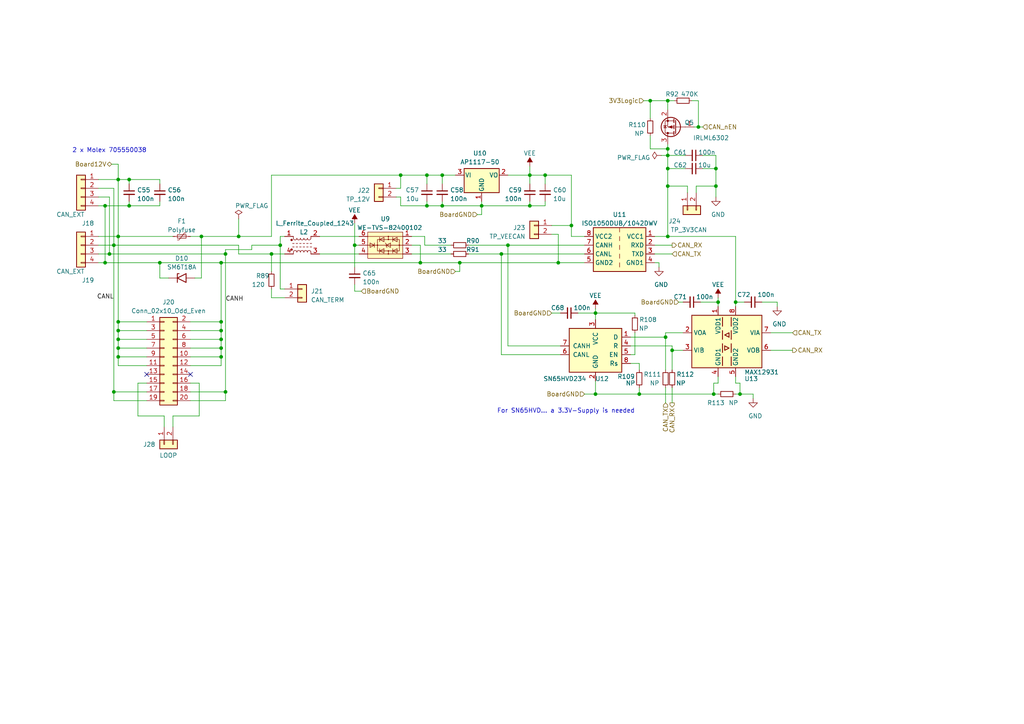
<source format=kicad_sch>
(kicad_sch (version 20211123) (generator eeschema)
  (paper "A4")
  (title_block (title "Think-City-BMS") (rev "0.0.1") (company "the78mole") (comment 1 "Author: Daniel Glaser"))
  (lib_symbols
    (symbol "Connector_Generic:Conn_01x02" (pin_names (offset 1.016) hide)
      (property "Reference" "J" (at 0 2.54 0))
      (property "Value" "Conn_01x02" (at 0 -5.08 0))
      (symbol "Conn_01x02_1_1"
        (rectangle (start -1.27 -2.413) (end 0 -2.667) (stroke (width 0.1524)))
        (rectangle (start -1.27 0.127) (end 0 -0.127) (stroke (width 0.1524)))
        (rectangle (start -1.27 1.27) (end 1.27 -3.81) (stroke (width 0.254)) (fill (type background)))
        (pin passive line (at -5.08 0 0) (length 3.81) (name "Pin_1") (number "1"))
        (pin passive line (at -5.08 -2.54 0) (length 3.81) (name "Pin_2") (number "2"))
      )
    )
    (symbol "Connector_Generic:Conn_01x04" (pin_names (offset 1.016) hide)
      (property "Reference" "J" (at 0 5.08 0))
      (property "Value" "Conn_01x04" (at 0 -7.62 0))
      (symbol "Conn_01x04_1_1"
        (rectangle (start -1.27 -4.953) (end 0 -5.207) (stroke (width 0.1524)))
        (rectangle (start -1.27 -2.413) (end 0 -2.667) (stroke (width 0.1524)))
        (rectangle (start -1.27 0.127) (end 0 -0.127) (stroke (width 0.1524)))
        (rectangle (start -1.27 2.667) (end 0 2.413) (stroke (width 0.1524)))
        (rectangle (start -1.27 3.81) (end 1.27 -6.35) (stroke (width 0.254)) (fill (type background)))
        (pin passive line (at -5.08 2.54 0) (length 3.81) (name "Pin_1") (number "1"))
        (pin passive line (at -5.08 0 0) (length 3.81) (name "Pin_2") (number "2"))
        (pin passive line (at -5.08 -2.54 0) (length 3.81) (name "Pin_3") (number "3"))
        (pin passive line (at -5.08 -5.08 0) (length 3.81) (name "Pin_4") (number "4"))
      )
    )
    (symbol "Connector_Generic:Conn_02x10_Odd_Even" (pin_names (offset 1.016) hide)
      (property "Reference" "J" (at 1.27 12.7 0))
      (property "Value" "Conn_02x10_Odd_Even" (at 1.27 -15.24 0))
      (symbol "Conn_02x10_Odd_Even_1_1"
        (rectangle (start -1.27 -12.573) (end 0 -12.827) (stroke (width 0.1524)))
        (rectangle (start -1.27 -10.033) (end 0 -10.287) (stroke (width 0.1524)))
        (rectangle (start -1.27 -7.493) (end 0 -7.747) (stroke (width 0.1524)))
        (rectangle (start -1.27 -4.953) (end 0 -5.207) (stroke (width 0.1524)))
        (rectangle (start -1.27 -2.413) (end 0 -2.667) (stroke (width 0.1524)))
        (rectangle (start -1.27 0.127) (end 0 -0.127) (stroke (width 0.1524)))
        (rectangle (start -1.27 2.667) (end 0 2.413) (stroke (width 0.1524)))
        (rectangle (start -1.27 5.207) (end 0 4.953) (stroke (width 0.1524)))
        (rectangle (start -1.27 7.747) (end 0 7.493) (stroke (width 0.1524)))
        (rectangle (start -1.27 10.287) (end 0 10.033) (stroke (width 0.1524)))
        (rectangle (start -1.27 11.43) (end 3.81 -13.97) (stroke (width 0.254)) (fill (type background)))
        (rectangle (start 3.81 -12.573) (end 2.54 -12.827) (stroke (width 0.1524)))
        (rectangle (start 3.81 -10.033) (end 2.54 -10.287) (stroke (width 0.1524)))
        (rectangle (start 3.81 -7.493) (end 2.54 -7.747) (stroke (width 0.1524)))
        (rectangle (start 3.81 -4.953) (end 2.54 -5.207) (stroke (width 0.1524)))
        (rectangle (start 3.81 -2.413) (end 2.54 -2.667) (stroke (width 0.1524)))
        (rectangle (start 3.81 0.127) (end 2.54 -0.127) (stroke (width 0.1524)))
        (rectangle (start 3.81 2.667) (end 2.54 2.413) (stroke (width 0.1524)))
        (rectangle (start 3.81 5.207) (end 2.54 4.953) (stroke (width 0.1524)))
        (rectangle (start 3.81 7.747) (end 2.54 7.493) (stroke (width 0.1524)))
        (rectangle (start 3.81 10.287) (end 2.54 10.033) (stroke (width 0.1524)))
        (pin passive line (at -5.08 10.16 0) (length 3.81) (name "Pin_1") (number "1"))
        (pin passive line (at 7.62 0 180) (length 3.81) (name "Pin_10") (number "10"))
        (pin passive line (at -5.08 -2.54 0) (length 3.81) (name "Pin_11") (number "11"))
        (pin passive line (at 7.62 -2.54 180) (length 3.81) (name "Pin_12") (number "12"))
        (pin passive line (at -5.08 -5.08 0) (length 3.81) (name "Pin_13") (number "13"))
        (pin passive line (at 7.62 -5.08 180) (length 3.81) (name "Pin_14") (number "14"))
        (pin passive line (at -5.08 -7.62 0) (length 3.81) (name "Pin_15") (number "15"))
        (pin passive line (at 7.62 -7.62 180) (length 3.81) (name "Pin_16") (number "16"))
        (pin passive line (at -5.08 -10.16 0) (length 3.81) (name "Pin_17") (number "17"))
        (pin passive line (at 7.62 -10.16 180) (length 3.81) (name "Pin_18") (number "18"))
        (pin passive line (at -5.08 -12.7 0) (length 3.81) (name "Pin_19") (number "19"))
        (pin passive line (at 7.62 10.16 180) (length 3.81) (name "Pin_2") (number "2"))
        (pin passive line (at 7.62 -12.7 180) (length 3.81) (name "Pin_20") (number "20"))
        (pin passive line (at -5.08 7.62 0) (length 3.81) (name "Pin_3") (number "3"))
        (pin passive line (at 7.62 7.62 180) (length 3.81) (name "Pin_4") (number "4"))
        (pin passive line (at -5.08 5.08 0) (length 3.81) (name "Pin_5") (number "5"))
        (pin passive line (at 7.62 5.08 180) (length 3.81) (name "Pin_6") (number "6"))
        (pin passive line (at -5.08 2.54 0) (length 3.81) (name "Pin_7") (number "7"))
        (pin passive line (at 7.62 2.54 180) (length 3.81) (name "Pin_8") (number "8"))
        (pin passive line (at -5.08 0 0) (length 3.81) (name "Pin_9") (number "9"))
      )
    )
    (symbol "Device:C_Small" (pin_numbers hide) (pin_names (offset 0.254) hide)
      (property "Reference" "C" (at 0.254 1.778 0))
      (property "Value" "C_Small" (at 0.254 -2.032 0))
      (symbol "C_Small_0_1"
        (polyline (pts (xy -1.524 -0.508) (xy 1.524 -0.508)) (stroke (width 0.3302)))
        (polyline (pts (xy -1.524 0.508) (xy 1.524 0.508)) (stroke (width 0.3048)))
      )
      (symbol "C_Small_1_1"
        (pin passive line (at 0 2.54 270) (length 2.032) (name "~") (number "1"))
        (pin passive line (at 0 -2.54 90) (length 2.032) (name "~") (number "2"))
      )
    )
    (symbol "Device:L_Ferrite_Coupled_1243" (pin_names (offset 0.254) hide)
      (property "Reference" "L" (at 0 4.445 0))
      (property "Value" "L_Ferrite_Coupled_1243" (at 0 -4.445 0))
      (symbol "L_Ferrite_Coupled_1243_0_1"
        (circle (center -3.048 -1.27) (radius 0.254) (fill (type outline)))
        (circle (center -3.048 1.524) (radius 0.254) (fill (type outline)))
        (arc (start -2.54 2.032) (mid -2.032 1.524) (end -1.524 2.032))
        (arc (start -1.524 -2.032) (mid -2.032 -1.524) (end -2.54 -2.032))
        (arc (start -1.524 2.032) (mid -1.016 1.524) (end -0.508 2.032))
        (arc (start -0.508 -2.032) (mid -1.016 -1.524) (end -1.524 -2.032))
        (arc (start -0.508 2.032) (mid 0 1.524) (end 0.508 2.032))
        (polyline (pts (xy -2.794 -0.508) (xy -2.286 -0.508)))
        (polyline (pts (xy -2.794 0.508) (xy -2.286 0.508)))
        (polyline (pts (xy -2.54 -2.032) (xy -2.54 -2.54)))
        (polyline (pts (xy -2.54 2.032) (xy -2.54 2.54)))
        (polyline (pts (xy -1.778 -0.508) (xy -1.27 -0.508)))
        (polyline (pts (xy -1.778 0.508) (xy -1.27 0.508)))
        (polyline (pts (xy -0.762 -0.508) (xy -0.254 -0.508)))
        (polyline (pts (xy -0.762 0.508) (xy -0.254 0.508)))
        (polyline (pts (xy 0.254 -0.508) (xy 0.762 -0.508)))
        (polyline (pts (xy 0.254 0.508) (xy 0.762 0.508)))
        (polyline (pts (xy 1.27 -0.508) (xy 1.778 -0.508)))
        (polyline (pts (xy 1.27 0.508) (xy 1.778 0.508)))
        (polyline (pts (xy 2.286 -0.508) (xy 2.794 -0.508)))
        (polyline (pts (xy 2.286 0.508) (xy 2.794 0.508)))
        (polyline (pts (xy 2.54 -2.032) (xy 2.54 -2.54)))
        (polyline (pts (xy 2.54 2.54) (xy 2.54 2.032)))
        (arc (start 0.508 -2.032) (mid 0 -1.524) (end -0.508 -2.032))
        (arc (start 0.508 2.032) (mid 1.016 1.524) (end 1.524 2.032))
        (arc (start 1.524 -2.032) (mid 1.016 -1.524) (end 0.508 -2.032))
        (arc (start 1.524 2.032) (mid 2.032 1.524) (end 2.54 2.032))
        (arc (start 2.54 -2.032) (mid 2.032 -1.524) (end 1.524 -2.032))
      )
      (symbol "L_Ferrite_Coupled_1243_1_1"
        (pin passive line (at -5.08 2.54 0) (length 2.54) (name "1") (number "1"))
        (pin passive line (at 5.08 2.54 180) (length 2.54) (name "2") (number "2"))
        (pin passive line (at 5.08 -2.54 180) (length 2.54) (name "3") (number "3"))
        (pin passive line (at -5.08 -2.54 0) (length 2.54) (name "4") (number "4"))
      )
    )
    (symbol "Device:Polyfuse_Small" (pin_numbers hide) (pin_names (offset 0))
      (property "Reference" "F" (at -1.905 0 90))
      (property "Value" "Polyfuse_Small" (at 1.905 0 90))
      (symbol "Polyfuse_Small_0_1"
        (rectangle (start -0.508 1.27) (end 0.508 -1.27))
        (polyline (pts (xy 0 2.54) (xy 0 -2.54)))
        (polyline (pts (xy -1.016 1.27) (xy -1.016 0.762) (xy 1.016 -0.762) (xy 1.016 -1.27)))
      )
      (symbol "Polyfuse_Small_1_1"
        (pin passive line (at 0 2.54 270) (length 0.635) (name "~") (number "1"))
        (pin passive line (at 0 -2.54 90) (length 0.635) (name "~") (number "2"))
      )
    )
    (symbol "Device:R_Small" (pin_numbers hide) (pin_names (offset 0.254) hide)
      (property "Reference" "R" (at 0.762 0.508 0))
      (property "Value" "R_Small" (at 0.762 -1.016 0))
      (symbol "R_Small_0_1"
        (rectangle (start -0.762 1.778) (end 0.762 -1.778) (stroke (width 0.2032)))
      )
      (symbol "R_Small_1_1"
        (pin passive line (at 0 2.54 270) (length 0.762) (name "~") (number "1"))
        (pin passive line (at 0 -2.54 90) (length 0.762) (name "~") (number "2"))
      )
    )
    (symbol "Diode:SM6T18A" (pin_numbers hide) (pin_names (offset 1.016) hide)
      (property "Reference" "D" (at 0 2.54 0))
      (property "Value" "SM6T18A" (at 0 -2.54 0))
      (symbol "SM6T18A_0_1"
        (polyline (pts (xy -0.762 1.27) (xy -1.27 1.27) (xy -1.27 -1.27)) (stroke (width 0.254)))
        (polyline (pts (xy 1.27 1.27) (xy 1.27 -1.27) (xy -1.27 0) (xy 1.27 1.27)) (stroke (width 0.254)))
      )
      (symbol "SM6T18A_1_1"
        (pin passive line (at -3.81 0 0) (length 2.54) (name "A1") (number "1"))
        (pin passive line (at 3.81 0 180) (length 2.54) (name "A2") (number "2"))
      )
    )
    (symbol "Interface_CAN_LIN:ISO1050DUB"
      (property "Reference" "U" (at -6.35 6.35 0))
      (property "Value" "ISO1050DUB" (at 2.54 6.35 0))
      (symbol "ISO1050DUB_0_1"
        (rectangle (start -7.62 5.08) (end 7.62 -7.62) (stroke (width 0.254)) (fill (type background)))
        (polyline (pts (xy 0 -5.08) (xy 0 -6.35)))
        (polyline (pts (xy 0 -2.54) (xy 0 -3.81)))
        (polyline (pts (xy 0 0) (xy 0 -1.27)))
        (polyline (pts (xy 0 2.54) (xy 0 1.27)))
        (polyline (pts (xy 0 5.08) (xy 0 3.81)))
      )
      (symbol "ISO1050DUB_1_1"
        (pin power_in line (at -10.16 2.54 0) (length 2.54) (name "VCC1") (number "1"))
        (pin output line (at -10.16 0 0) (length 2.54) (name "RXD") (number "2"))
        (pin input line (at -10.16 -2.54 0) (length 2.54) (name "TXD") (number "3"))
        (pin power_in line (at -10.16 -5.08 0) (length 2.54) (name "GND1") (number "4"))
        (pin power_in line (at 10.16 -5.08 180) (length 2.54) (name "GND2") (number "5"))
        (pin bidirectional line (at 10.16 -2.54 180) (length 2.54) (name "CANL") (number "6"))
        (pin bidirectional line (at 10.16 0 180) (length 2.54) (name "CANH") (number "7"))
        (pin power_in line (at 10.16 2.54 180) (length 2.54) (name "VCC2") (number "8"))
      )
    )
    (symbol "Interface_CAN_LIN:SN65HVD234" (pin_names (offset 1.016))
      (property "Reference" "U" (at -2.54 10.16 0))
      (property "Value" "SN65HVD234" (at -2.54 7.62 0))
      (symbol "SN65HVD234_0_1"
        (rectangle (start -7.62 5.08) (end 7.62 -7.62) (stroke (width 0.254)) (fill (type background)))
      )
      (symbol "SN65HVD234_1_1"
        (pin input line (at -10.16 2.54 0) (length 2.54) (name "D") (number "1"))
        (pin power_in line (at 0 -10.16 90) (length 2.54) (name "GND") (number "2"))
        (pin power_in line (at 0 7.62 270) (length 2.54) (name "VCC") (number "3"))
        (pin output line (at -10.16 0 0) (length 2.54) (name "R") (number "4"))
        (pin input line (at -10.16 -2.54 0) (length 2.54) (name "EN") (number "5"))
        (pin bidirectional line (at 10.16 -2.54 180) (length 2.54) (name "CANL") (number "6"))
        (pin bidirectional line (at 10.16 0 180) (length 2.54) (name "CANH") (number "7"))
        (pin input line (at -10.16 -5.08 0) (length 2.54) (name "Rs") (number "8"))
      )
    )
    (symbol "Power_Protection:WE-TVS-82400102"
      (property "Reference" "U" (at 0 7.62 0))
      (property "Value" "WE-TVS-82400102" (at 0 5.08 0))
      (symbol "WE-TVS-82400102_0_1"
        (rectangle (start -5.08 3.81) (end 5.08 -3.81) (fill (type background)))
        (circle (center -4.064 0) (radius 0.127))
        (rectangle (start -4.064 1.651) (end 2.286 -1.651))
        (circle (center -0.889 -2.54) (radius 0.127))
        (circle (center -0.889 -1.651) (radius 0.127))
        (circle (center -0.889 1.651) (radius 0.127))
        (circle (center -0.889 2.54) (radius 0.127))
        (polyline (pts (xy -5.08 -2.54) (xy 5.08 -2.54)))
        (polyline (pts (xy -5.08 2.54) (xy 5.08 2.54)))
        (polyline (pts (xy -4.064 0) (xy -5.08 0)))
        (polyline (pts (xy -4.064 0) (xy 2.286 0)) (fill (type outline)))
        (polyline (pts (xy -2.159 -1.016) (xy -2.159 -2.286)))
        (polyline (pts (xy -2.159 2.286) (xy -2.159 1.016)))
        (polyline (pts (xy -0.889 -1.651) (xy -0.889 -2.413)))
        (polyline (pts (xy -0.889 1.651) (xy -0.889 2.54)))
        (polyline (pts (xy -0.508 -0.635) (xy -0.508 -0.635)))
        (polyline (pts (xy 1.651 -1.016) (xy 1.651 -2.286)))
        (polyline (pts (xy 1.651 2.286) (xy 1.651 1.016)))
        (polyline (pts (xy 2.286 0) (xy 5.08 0)))
        (polyline (pts (xy -3.429 -1.016) (xy -3.429 -2.286) (xy -2.159 -1.651) (xy -3.429 -1.016)))
        (polyline (pts (xy -3.429 1.016) (xy -3.429 2.286) (xy -2.159 1.651) (xy -3.429 1.016)))
        (polyline (pts (xy 0 0.635) (xy -0.254 0.381) (xy -0.254 -0.381) (xy -0.508 -0.635)))
        (polyline (pts (xy 0.381 -1.016) (xy 0.381 -2.286) (xy 1.651 -1.651) (xy 0.381 -1.016)))
        (polyline (pts (xy 0.381 1.016) (xy 0.381 2.286) (xy 1.651 1.651) (xy 0.381 1.016)))
        (circle (center 2.286 0) (radius 0.127))
      )
      (symbol "WE-TVS-82400102_1_1"
        (polyline (pts (xy 3.175 0.635) (xy 3.175 -0.635)))
        (polyline (pts (xy -1.524 0.635) (xy -1.524 -0.635) (xy -0.254 0) (xy -1.524 0.635)))
        (polyline (pts (xy 4.445 0.635) (xy 4.445 -0.635) (xy 3.175 0) (xy 4.445 0.635)))
        (pin passive line (at -7.62 2.54 0) (length 2.54) (name "~") (number "1"))
        (pin passive line (at -7.62 0 0) (length 2.54) (name "~") (number "2"))
        (pin passive line (at -7.62 -2.54 0) (length 2.54) (name "~") (number "3"))
        (pin passive line (at 7.62 -2.54 180) (length 2.54) (name "~") (number "4"))
        (pin passive line (at 7.62 0 180) (length 2.54) (name "~") (number "5"))
        (pin passive line (at 7.62 2.54 180) (length 2.54) (name "~") (number "6"))
      )
    )
    (symbol "Regulator_Linear:AP1117-50" (pin_names (offset 0.254))
      (property "Reference" "U" (at -3.81 3.175 0))
      (property "Value" "AP1117-50" (at 0 3.175 0))
      (symbol "AP1117-50_0_1"
        (rectangle (start -5.08 -5.08) (end 5.08 1.905) (stroke (width 0.254)) (fill (type background)))
      )
      (symbol "AP1117-50_1_1"
        (pin power_in line (at 0 -7.62 90) (length 2.54) (name "GND") (number "1"))
        (pin power_out line (at 7.62 0 180) (length 2.54) (name "VO") (number "2"))
        (pin power_in line (at -7.62 0 0) (length 2.54) (name "VI") (number "3"))
      )
    )
    (symbol "power:GND" (power) (pin_names (offset 0))
      (property "Value" "GND" (at 0 -3.81 0))
      (symbol "GND_0_1"
        (polyline (pts (xy 0 0) (xy 0 -1.27) (xy 1.27 -1.27) (xy 0 -2.54) (xy -1.27 -1.27) (xy 0 -1.27)))
      )
      (symbol "GND_1_1"
        (pin power_in line (at 0 0 270) (length 0) hide (name "GND") (number "1"))
      )
    )
    (symbol "power:PWR_FLAG" (power) (pin_numbers hide) (pin_names (offset 0) hide)
      (property "Value" "PWR_FLAG" (at 0 3.81 0))
      (symbol "PWR_FLAG_0_0"
        (pin power_out line (at 0 0 90) (length 0) (name "pwr") (number "1"))
      )
      (symbol "PWR_FLAG_0_1"
        (polyline (pts (xy 0 0) (xy 0 1.27) (xy -1.016 1.905) (xy 0 2.54) (xy 1.016 1.905) (xy 0 1.27)))
      )
    )
    (symbol "power:VEE" (power) (pin_names (offset 0))
      (property "Value" "VEE" (at 0 3.81 0))
      (symbol "VEE_0_1"
        (polyline (pts (xy 0 0) (xy 0 2.54)))
        (polyline (pts (xy 0.762 1.27) (xy -0.762 1.27) (xy 0 2.54) (xy 0.762 1.27)) (fill (type outline)))
      )
      (symbol "VEE_1_1"
        (pin power_in line (at 0 0 90) (length 0) hide (name "VEE") (number "1"))
      )
    )
    (symbol "the78mole:IRLML6302PbF" (pin_names (offset 0) hide)
      (property "Reference" "Q" (at 5.08 1.27 0))
      (property "Value" "IRLML6302PbF" (at 5.08 -1.27 0))
      (symbol "IRLML6302PbF_0_1"
        (polyline (pts (xy 0.254 0) (xy -2.54 0)))
        (polyline (pts (xy 0.254 1.905) (xy 0.254 -1.905)) (stroke (width 0.254)))
        (polyline (pts (xy 0.762 -1.27) (xy 0.762 -2.286)) (stroke (width 0.254)))
        (polyline (pts (xy 0.762 0.508) (xy 0.762 -0.508)) (stroke (width 0.254)))
        (polyline (pts (xy 0.762 2.286) (xy 0.762 1.27)) (stroke (width 0.254)))
        (polyline (pts (xy 2.54 2.54) (xy 2.54 1.778)))
        (polyline (pts (xy 2.54 -2.54) (xy 2.54 0) (xy 0.762 0)))
        (polyline (pts (xy 0.762 1.778) (xy 3.302 1.778) (xy 3.302 -1.778) (xy 0.762 -1.778)))
        (polyline (pts (xy 2.286 0) (xy 1.27 0.381) (xy 1.27 -0.381) (xy 2.286 0)) (fill (type outline)))
        (polyline (pts (xy 2.794 -0.508) (xy 2.921 -0.381) (xy 3.683 -0.381) (xy 3.81 -0.254)))
        (polyline (pts (xy 3.302 -0.381) (xy 2.921 0.254) (xy 3.683 0.254) (xy 3.302 -0.381)))
        (circle (center 1.651 0) (radius 2.794) (stroke (width 0.254)))
        (circle (center 2.54 -1.778) (radius 0.254) (fill (type outline)))
        (circle (center 2.54 1.778) (radius 0.254) (fill (type outline)))
      )
      (symbol "IRLML6302PbF_1_1"
        (pin input line (at -5.08 0 0) (length 2.54) (name "G") (number "1"))
        (pin passive line (at 2.54 -5.08 90) (length 2.54) (name "S") (number "2"))
        (pin passive line (at 2.54 5.08 270) (length 2.54) (name "D") (number "3"))
      )
    )
    (symbol "the78mole:MAX12931"
      (property "Reference" "U" (at -10.16 8.89 0))
      (property "Value" "MAX12931" (at 3.81 8.89 0))
      (symbol "MAX12931_0_1"
        (rectangle (start -10.16 7.62) (end 10.16 -7.62) (stroke (width 0.254)) (fill (type background)))
        (polyline (pts (xy -1.27 -4.445) (xy -1.27 -6.985)) (stroke (width 0.254)))
        (polyline (pts (xy -1.27 -0.635) (xy -1.27 -3.175)) (stroke (width 0.254)))
        (polyline (pts (xy -1.27 3.175) (xy -1.27 0.635)) (stroke (width 0.254)))
        (polyline (pts (xy -1.27 6.985) (xy -1.27 4.445)) (stroke (width 0.254)))
        (polyline (pts (xy 1.27 -4.445) (xy 1.27 -6.985)) (stroke (width 0.254)))
        (polyline (pts (xy 1.27 -0.635) (xy 1.27 -3.175)) (stroke (width 0.254)))
        (polyline (pts (xy 1.27 3.175) (xy 1.27 0.635)) (stroke (width 0.254)))
        (polyline (pts (xy 1.27 6.985) (xy 1.27 4.445)) (stroke (width 0.254)))
        (polyline (pts (xy -0.635 -1.27) (xy -0.635 -2.54) (xy 0.635 -1.905) (xy -0.635 -1.27)) (stroke (width 0.254)))
        (polyline (pts (xy 0.635 1.27) (xy -0.635 1.905) (xy 0.635 2.54) (xy 0.635 1.27)) (stroke (width 0.254)))
      )
      (symbol "MAX12931_1_1"
        (pin power_in line (at -2.54 10.16 270) (length 2.54) (name "VDD1") (number "1"))
        (pin output line (at -12.7 2.54 0) (length 2.54) (name "VOA") (number "2"))
        (pin input line (at -12.7 -2.54 0) (length 2.54) (name "VIB") (number "3"))
        (pin power_in line (at -2.54 -10.16 90) (length 2.54) (name "GND1") (number "4"))
        (pin power_in line (at 2.54 -10.16 90) (length 2.54) (name "GND2") (number "5"))
        (pin output line (at 12.7 -2.54 180) (length 2.54) (name "VOB") (number "6"))
        (pin input line (at 12.7 2.54 180) (length 2.54) (name "VIA") (number "7"))
        (pin power_in line (at 2.54 10.16 270) (length 2.54) (name "VDD2") (number "8"))
      )
    )
  )
  (junction (at 193.04 97.79) (diameter 0.9144))
  (junction (at 64.135 76.2) (diameter 0.9144))
  (junction (at 81.28 71.12) (diameter 0.9144))
  (junction (at 153.67 50.8) (diameter 0.9144))
  (junction (at 145.415 73.66) (diameter 0.9144))
  (junction (at 128.27 59.69) (diameter 0.9144))
  (junction (at 194.945 101.6) (diameter 0.9144))
  (junction (at 172.72 90.805) (diameter 0.9144))
  (junction (at 65.405 113.665) (diameter 0.9144))
  (junction (at 34.29 68.58) (diameter 0.9144))
  (junction (at 165.735 65.405) (diameter 0.9144))
  (junction (at 102.87 71.12) (diameter 0.9144))
  (junction (at 58.42 68.58) (diameter 0.9144))
  (junction (at 193.675 45.085) (diameter 0.9144))
  (junction (at 33.02 71.12) (diameter 0.9144))
  (junction (at 188.595 29.21) (diameter 0.9144))
  (junction (at 64.135 98.425) (diameter 0.9144))
  (junction (at 193.675 43.18) (diameter 0.9144))
  (junction (at 193.675 29.21) (diameter 0.9144))
  (junction (at 172.72 114.3) (diameter 0.9144))
  (junction (at 121.92 76.2) (diameter 0.9144))
  (junction (at 34.29 103.505) (diameter 0.9144))
  (junction (at 158.115 50.8) (diameter 0.9144))
  (junction (at 78.74 73.66) (diameter 0.9144))
  (junction (at 69.215 68.58) (diameter 0.9144))
  (junction (at 193.675 53.975) (diameter 0.9144))
  (junction (at 34.29 100.965) (diameter 0.9144))
  (junction (at 31.75 73.66) (diameter 0.9144))
  (junction (at 133.35 76.2) (diameter 0.9144))
  (junction (at 64.135 103.505) (diameter 0.9144))
  (junction (at 64.135 95.885) (diameter 0.9144))
  (junction (at 207.645 53.975) (diameter 0.9144))
  (junction (at 33.02 113.665) (diameter 0.9144))
  (junction (at 153.67 59.69) (diameter 0.9144))
  (junction (at 30.48 76.2) (diameter 0.9144))
  (junction (at 65.405 73.66) (diameter 0.9144))
  (junction (at 193.675 68.58) (diameter 0.9144))
  (junction (at 147.32 71.12) (diameter 0.9144))
  (junction (at 214.63 114.3) (diameter 0.9144))
  (junction (at 202.565 36.83) (diameter 0.9144))
  (junction (at 123.825 50.8) (diameter 0.9144))
  (junction (at 34.29 95.885) (diameter 0.9144))
  (junction (at 139.7 59.69) (diameter 0.9144))
  (junction (at 185.42 114.3) (diameter 0.9144))
  (junction (at 37.465 59.69) (diameter 0.9144))
  (junction (at 37.465 52.07) (diameter 0.9144))
  (junction (at 30.48 59.69) (diameter 0.9144))
  (junction (at 208.28 87.63) (diameter 0.9144))
  (junction (at 46.355 76.2) (diameter 0.9144))
  (junction (at 64.135 100.965) (diameter 0.9144))
  (junction (at 193.675 48.895) (diameter 0.9144))
  (junction (at 207.645 48.895) (diameter 0.9144))
  (junction (at 123.825 59.69) (diameter 0.9144))
  (junction (at 207.01 114.3) (diameter 0.9144))
  (junction (at 161.925 76.2) (diameter 0.9144))
  (junction (at 34.29 52.07) (diameter 0.9144))
  (junction (at 116.205 50.8) (diameter 0.9144))
  (junction (at 34.29 98.425) (diameter 0.9144))
  (junction (at 213.36 87.63) (diameter 0.9144))
  (junction (at 34.29 93.345) (diameter 0.9144))
  (junction (at 64.135 93.345) (diameter 0.9144))
  (junction (at 128.27 50.8) (diameter 0.9144))
  (no_connect (at 42.545 108.585))
  (no_connect (at 55.245 108.585))
  (wire (pts (xy 78.74 73.66) (xy 78.74 78.74)))
  (wire (pts (xy 55.245 113.665) (xy 65.405 113.665)))
  (wire (pts (xy 78.74 73.66) (xy 82.55 73.66)))
  (wire (pts (xy 147.32 100.33) (xy 147.32 71.12)))
  (wire (pts (xy 162.56 100.33) (xy 147.32 100.33)))
  (wire (pts (xy 50.165 120.65) (xy 57.785 120.65)))
  (wire (pts (xy 50.165 123.825) (xy 50.165 120.65)))
  (wire (pts (xy 57.785 120.65) (xy 57.785 111.125)))
  (wire (pts (xy 193.675 45.085) (xy 198.755 45.085)))
  (wire (pts (xy 81.28 68.58) (xy 82.55 68.58)))
  (wire (pts (xy 114.935 57.15) (xy 116.205 57.15)))
  (wire (pts (xy 116.205 57.15) (xy 116.205 59.69)))
  (wire (pts (xy 116.205 59.69) (xy 123.825 59.69)))
  (wire (pts (xy 153.67 59.69) (xy 158.115 59.69)))
  (wire (pts (xy 158.115 58.42) (xy 158.115 59.69)))
  (wire (pts (xy 128.27 50.8) (xy 128.27 53.34)))
  (wire (pts (xy 133.35 76.2) (xy 133.35 78.74)))
  (wire (pts (xy 34.29 103.505) (xy 42.545 103.505)))
  (wire (pts (xy 160.02 67.945) (xy 161.925 67.945)))
  (wire (pts (xy 161.925 67.945) (xy 161.925 76.2)))
  (wire (pts (xy 28.575 76.2) (xy 30.48 76.2)))
  (wire (pts (xy 30.48 76.2) (xy 46.355 76.2)))
  (wire (pts (xy 46.355 76.2) (xy 64.135 76.2)))
  (wire (pts (xy 64.135 76.2) (xy 121.92 76.2)))
  (wire (pts (xy 189.865 76.2) (xy 191.135 76.2)))
  (wire (pts (xy 132.08 78.74) (xy 133.35 78.74)))
  (wire (pts (xy 193.675 29.21) (xy 193.675 31.75)))
  (wire (pts (xy 182.88 105.41) (xy 185.42 105.41)))
  (wire (pts (xy 185.42 105.41) (xy 185.42 107.315)))
  (wire (pts (xy 135.89 73.66) (xy 145.415 73.66)))
  (wire (pts (xy 145.415 73.66) (xy 169.545 73.66)))
  (wire (pts (xy 123.825 50.8) (xy 123.825 53.34)))
  (wire (pts (xy 213.36 111.125) (xy 213.36 109.22)))
  (wire (pts (xy 201.295 36.83) (xy 202.565 36.83)))
  (wire (pts (xy 202.565 36.83) (xy 203.835 36.83)))
  (wire (pts (xy 158.115 50.8) (xy 158.115 53.34)))
  (wire (pts (xy 223.52 101.6) (xy 229.87 101.6)))
  (wire (pts (xy 172.72 90.805) (xy 184.15 90.805)))
  (wire (pts (xy 184.15 91.44) (xy 184.15 90.805)))
  (wire (pts (xy 153.67 48.26) (xy 153.67 50.8)))
  (wire (pts (xy 193.04 112.395) (xy 193.04 116.84)))
  (wire (pts (xy 119.38 73.66) (xy 130.81 73.66)))
  (wire (pts (xy 201.93 53.975) (xy 207.645 53.975)))
  (wire (pts (xy 201.93 55.88) (xy 201.93 53.975)))
  (wire (pts (xy 203.835 48.895) (xy 207.645 48.895)))
  (wire (pts (xy 167.64 90.805) (xy 172.72 90.805)))
  (wire (pts (xy 34.29 95.885) (xy 42.545 95.885)))
  (wire (pts (xy 128.27 50.8) (xy 132.08 50.8)))
  (wire (pts (xy 193.675 45.085) (xy 193.675 48.895)))
  (wire (pts (xy 193.675 48.895) (xy 193.675 53.975)))
  (wire (pts (xy 193.675 53.975) (xy 193.675 68.58)))
  (wire (pts (xy 56.515 80.645) (xy 58.42 80.645)))
  (wire (pts (xy 58.42 80.645) (xy 58.42 68.58)))
  (wire (pts (xy 55.245 111.125) (xy 57.785 111.125)))
  (wire (pts (xy 28.575 52.07) (xy 34.29 52.07)))
  (wire (pts (xy 34.29 52.07) (xy 34.29 68.58)))
  (wire (pts (xy 153.67 50.8) (xy 158.115 50.8)))
  (wire (pts (xy 158.115 50.8) (xy 165.735 50.8)))
  (wire (pts (xy 46.355 80.645) (xy 46.355 76.2)))
  (wire (pts (xy 48.895 80.645) (xy 46.355 80.645)))
  (wire (pts (xy 213.36 111.125) (xy 214.63 111.125)))
  (wire (pts (xy 214.63 111.125) (xy 214.63 114.3)))
  (wire (pts (xy 82.55 83.82) (xy 81.28 83.82)))
  (wire (pts (xy 182.88 97.79) (xy 193.04 97.79)))
  (wire (pts (xy 193.04 96.52) (xy 198.12 96.52)))
  (wire (pts (xy 193.04 97.79) (xy 193.04 96.52)))
  (wire (pts (xy 135.89 71.12) (xy 147.32 71.12)))
  (wire (pts (xy 147.32 71.12) (xy 169.545 71.12)))
  (wire (pts (xy 188.595 39.37) (xy 188.595 43.18)))
  (wire (pts (xy 188.595 43.18) (xy 193.675 43.18)))
  (wire (pts (xy 160.02 90.805) (xy 162.56 90.805)))
  (wire (pts (xy 78.74 50.8) (xy 116.205 50.8)))
  (wire (pts (xy 116.205 50.8) (xy 123.825 50.8)))
  (wire (pts (xy 123.825 50.8) (xy 128.27 50.8)))
  (wire (pts (xy 130.81 71.12) (xy 123.19 71.12)))
  (wire (pts (xy 92.71 73.66) (xy 104.14 73.66)))
  (wire (pts (xy 139.7 59.69) (xy 153.67 59.69)))
  (wire (pts (xy 28.575 57.15) (xy 31.75 57.15)))
  (wire (pts (xy 31.75 57.15) (xy 31.75 73.66)))
  (wire (pts (xy 191.135 76.2) (xy 191.135 77.47)))
  (wire (pts (xy 139.7 58.42) (xy 139.7 59.69)))
  (wire (pts (xy 55.245 116.205) (xy 65.405 116.205)))
  (wire (pts (xy 65.405 116.205) (xy 65.405 113.665)))
  (wire (pts (xy 55.245 103.505) (xy 64.135 103.505)))
  (wire (pts (xy 64.135 103.505) (xy 64.135 100.965)))
  (wire (pts (xy 189.865 73.66) (xy 194.945 73.66)))
  (wire (pts (xy 102.87 71.12) (xy 102.87 77.47)))
  (wire (pts (xy 69.215 63.5) (xy 69.215 68.58)))
  (wire (pts (xy 78.74 86.36) (xy 82.55 86.36)))
  (wire (pts (xy 213.36 87.63) (xy 215.9 87.63)))
  (wire (pts (xy 213.36 88.9) (xy 213.36 87.63)))
  (wire (pts (xy 203.835 45.085) (xy 207.645 45.085)))
  (wire (pts (xy 33.02 116.205) (xy 33.02 113.665)))
  (wire (pts (xy 42.545 116.205) (xy 33.02 116.205)))
  (wire (pts (xy 207.645 45.085) (xy 207.645 48.895)))
  (wire (pts (xy 207.645 48.895) (xy 207.645 53.975)))
  (wire (pts (xy 207.645 53.975) (xy 207.645 57.15)))
  (wire (pts (xy 28.575 73.66) (xy 31.75 73.66)))
  (wire (pts (xy 31.75 73.66) (xy 65.405 73.66)))
  (wire (pts (xy 65.405 72.39) (xy 65.405 73.66)))
  (wire (pts (xy 65.405 72.39) (xy 73.025 72.39)))
  (wire (pts (xy 65.405 73.66) (xy 65.405 113.665)))
  (wire (pts (xy 73.025 71.12) (xy 81.28 71.12)))
  (wire (pts (xy 73.025 72.39) (xy 73.025 71.12)))
  (wire (pts (xy 185.42 112.395) (xy 185.42 114.3)))
  (wire (pts (xy 172.72 114.3) (xy 185.42 114.3)))
  (wire (pts (xy 185.42 114.3) (xy 207.01 114.3)))
  (wire (pts (xy 207.01 114.3) (xy 208.28 114.3)))
  (wire (pts (xy 191.77 45.085) (xy 193.675 45.085)))
  (wire (pts (xy 194.945 101.6) (xy 194.945 107.315)))
  (wire (pts (xy 28.575 59.69) (xy 30.48 59.69)))
  (wire (pts (xy 30.48 59.69) (xy 30.48 76.2)))
  (wire (pts (xy 55.245 106.045) (xy 64.135 106.045)))
  (wire (pts (xy 64.135 106.045) (xy 64.135 103.505)))
  (wire (pts (xy 193.04 97.79) (xy 193.04 107.315)))
  (wire (pts (xy 199.39 53.975) (xy 193.675 53.975)))
  (wire (pts (xy 199.39 55.88) (xy 199.39 53.975)))
  (wire (pts (xy 37.465 58.42) (xy 37.465 59.69)))
  (wire (pts (xy 34.29 98.425) (xy 42.545 98.425)))
  (wire (pts (xy 147.32 50.8) (xy 153.67 50.8)))
  (wire (pts (xy 188.595 29.21) (xy 186.69 29.21)))
  (wire (pts (xy 193.675 29.21) (xy 188.595 29.21)))
  (wire (pts (xy 28.575 68.58) (xy 34.29 68.58)))
  (wire (pts (xy 34.29 68.58) (xy 50.165 68.58)))
  (wire (pts (xy 55.245 68.58) (xy 58.42 68.58)))
  (wire (pts (xy 58.42 68.58) (xy 69.215 68.58)))
  (wire (pts (xy 69.215 68.58) (xy 78.74 68.58)))
  (wire (pts (xy 30.48 59.69) (xy 37.465 59.69)))
  (wire (pts (xy 28.575 71.12) (xy 33.02 71.12)))
  (wire (pts (xy 33.02 71.12) (xy 69.215 71.12)))
  (wire (pts (xy 69.215 71.12) (xy 69.215 73.66)))
  (wire (pts (xy 69.215 73.66) (xy 78.74 73.66)))
  (wire (pts (xy 138.43 62.23) (xy 139.7 62.23)))
  (wire (pts (xy 102.87 71.12) (xy 102.87 64.77)))
  (wire (pts (xy 55.245 100.965) (xy 64.135 100.965)))
  (wire (pts (xy 64.135 100.965) (xy 64.135 98.425)))
  (wire (pts (xy 133.35 76.2) (xy 161.925 76.2)))
  (wire (pts (xy 161.925 76.2) (xy 169.545 76.2)))
  (wire (pts (xy 28.575 54.61) (xy 33.02 54.61)))
  (wire (pts (xy 33.02 54.61) (xy 33.02 71.12)))
  (wire (pts (xy 145.415 102.87) (xy 145.415 73.66)))
  (wire (pts (xy 162.56 102.87) (xy 145.415 102.87)))
  (wire (pts (xy 55.245 95.885) (xy 64.135 95.885)))
  (wire (pts (xy 64.135 95.885) (xy 64.135 93.345)))
  (wire (pts (xy 104.14 71.12) (xy 102.87 71.12)))
  (wire (pts (xy 182.88 102.87) (xy 184.15 102.87)))
  (wire (pts (xy 184.15 102.87) (xy 184.15 96.52)))
  (wire (pts (xy 119.38 71.12) (xy 121.92 71.12)))
  (wire (pts (xy 207.01 111.125) (xy 207.01 114.3)))
  (wire (pts (xy 208.28 111.125) (xy 207.01 111.125)))
  (wire (pts (xy 121.92 71.12) (xy 121.92 76.2)))
  (wire (pts (xy 40.005 111.125) (xy 42.545 111.125)))
  (wire (pts (xy 196.85 87.63) (xy 198.12 87.63)))
  (wire (pts (xy 119.38 68.58) (xy 123.19 68.58)))
  (wire (pts (xy 208.28 86.36) (xy 208.28 87.63)))
  (wire (pts (xy 81.28 68.58) (xy 81.28 71.12)))
  (wire (pts (xy 81.28 71.12) (xy 81.28 83.82)))
  (wire (pts (xy 189.865 71.12) (xy 194.945 71.12)))
  (wire (pts (xy 46.355 58.42) (xy 46.355 59.69)))
  (wire (pts (xy 46.355 59.69) (xy 37.465 59.69)))
  (wire (pts (xy 123.19 71.12) (xy 123.19 68.58)))
  (wire (pts (xy 165.735 50.8) (xy 165.735 65.405)))
  (wire (pts (xy 165.735 65.405) (xy 165.735 68.58)))
  (wire (pts (xy 208.28 111.125) (xy 208.28 109.22)))
  (wire (pts (xy 220.98 87.63) (xy 225.425 87.63)))
  (wire (pts (xy 225.425 87.63) (xy 225.425 88.9)))
  (wire (pts (xy 193.675 68.58) (xy 213.36 68.58)))
  (wire (pts (xy 213.36 68.58) (xy 213.36 87.63)))
  (wire (pts (xy 33.02 113.665) (xy 33.02 71.12)))
  (wire (pts (xy 42.545 113.665) (xy 33.02 113.665)))
  (wire (pts (xy 102.87 82.55) (xy 102.87 84.455)))
  (wire (pts (xy 102.87 84.455) (xy 104.775 84.455)))
  (wire (pts (xy 114.935 54.61) (xy 116.205 54.61)))
  (wire (pts (xy 116.205 54.61) (xy 116.205 50.8)))
  (wire (pts (xy 128.27 59.69) (xy 139.7 59.69)))
  (wire (pts (xy 193.675 29.21) (xy 195.58 29.21)))
  (wire (pts (xy 160.02 65.405) (xy 165.735 65.405)))
  (wire (pts (xy 189.865 68.58) (xy 193.675 68.58)))
  (wire (pts (xy 78.74 68.58) (xy 78.74 50.8)))
  (wire (pts (xy 92.71 68.58) (xy 104.14 68.58)))
  (wire (pts (xy 32.385 47.625) (xy 34.29 47.625)))
  (wire (pts (xy 34.29 47.625) (xy 34.29 52.07)))
  (wire (pts (xy 172.72 89.535) (xy 172.72 90.805)))
  (wire (pts (xy 172.72 90.805) (xy 172.72 92.71)))
  (wire (pts (xy 194.945 112.395) (xy 194.945 116.84)))
  (wire (pts (xy 37.465 52.07) (xy 34.29 52.07)))
  (wire (pts (xy 46.355 52.07) (xy 37.465 52.07)))
  (wire (pts (xy 46.355 53.34) (xy 46.355 52.07)))
  (wire (pts (xy 55.245 98.425) (xy 64.135 98.425)))
  (wire (pts (xy 64.135 98.425) (xy 64.135 95.885)))
  (wire (pts (xy 172.72 110.49) (xy 172.72 114.3)))
  (wire (pts (xy 172.72 114.3) (xy 169.545 114.3)))
  (wire (pts (xy 188.595 29.21) (xy 188.595 34.29)))
  (wire (pts (xy 128.27 58.42) (xy 128.27 59.69)))
  (wire (pts (xy 193.675 48.895) (xy 198.755 48.895)))
  (wire (pts (xy 34.29 95.885) (xy 34.29 93.345)))
  (wire (pts (xy 34.29 98.425) (xy 34.29 95.885)))
  (wire (pts (xy 34.29 100.965) (xy 34.29 98.425)))
  (wire (pts (xy 34.29 103.505) (xy 34.29 100.965)))
  (wire (pts (xy 34.29 106.045) (xy 34.29 103.505)))
  (wire (pts (xy 42.545 106.045) (xy 34.29 106.045)))
  (wire (pts (xy 182.88 100.33) (xy 194.945 100.33)))
  (wire (pts (xy 194.945 100.33) (xy 194.945 101.6)))
  (wire (pts (xy 194.945 101.6) (xy 198.12 101.6)))
  (wire (pts (xy 193.675 41.91) (xy 193.675 43.18)))
  (wire (pts (xy 193.675 43.18) (xy 193.675 45.085)))
  (wire (pts (xy 121.92 76.2) (xy 133.35 76.2)))
  (wire (pts (xy 55.245 93.345) (xy 64.135 93.345)))
  (wire (pts (xy 64.135 93.345) (xy 64.135 76.2)))
  (wire (pts (xy 78.74 83.82) (xy 78.74 86.36)))
  (wire (pts (xy 139.7 59.69) (xy 139.7 62.23)))
  (wire (pts (xy 223.52 96.52) (xy 229.87 96.52)))
  (wire (pts (xy 165.735 68.58) (xy 169.545 68.58)))
  (wire (pts (xy 34.29 93.345) (xy 34.29 68.58)))
  (wire (pts (xy 42.545 93.345) (xy 34.29 93.345)))
  (wire (pts (xy 208.28 87.63) (xy 203.2 87.63)))
  (wire (pts (xy 208.28 88.9) (xy 208.28 87.63)))
  (wire (pts (xy 37.465 52.07) (xy 37.465 53.34)))
  (wire (pts (xy 123.825 58.42) (xy 123.825 59.69)))
  (wire (pts (xy 123.825 59.69) (xy 128.27 59.69)))
  (wire (pts (xy 153.67 50.8) (xy 153.67 53.34)))
  (wire (pts (xy 213.36 114.3) (xy 214.63 114.3)))
  (wire (pts (xy 214.63 114.3) (xy 218.44 114.3)))
  (wire (pts (xy 218.44 114.3) (xy 218.44 115.57)))
  (wire (pts (xy 40.005 120.65) (xy 40.005 111.125)))
  (wire (pts (xy 47.625 120.65) (xy 40.005 120.65)))
  (wire (pts (xy 47.625 123.825) (xy 47.625 120.65)))
  (wire (pts (xy 153.67 58.42) (xy 153.67 59.69)))
  (wire (pts (xy 34.29 100.965) (xy 42.545 100.965)))
  (wire (pts (xy 200.66 29.21) (xy 202.565 29.21)))
  (wire (pts (xy 202.565 29.21) (xy 202.565 36.83)))
  (text "For SN65HVD... a 3.3V-Supply is needed" (at 184.15 120.015 180) (effects (font (size 1.27 1.27)) (justify right bottom)))
  (text "2 x Molex 705550038" (at 42.545 44.45 180) (effects (font (size 1.27 1.27)) (justify right bottom)))
  (label "CANH" (at 65.405 87.63 0))
  (label "CANL" (at 33.02 86.995 180))
  (hierarchical_label "CAN_RX" (shape output) (at 194.945 116.84 270))
  (hierarchical_label "CAN_RX" (shape output) (at 229.87 101.6 0))
  (hierarchical_label "CAN_TX" (shape input) (at 194.945 73.66 0))
  (hierarchical_label "CAN_RX" (shape output) (at 194.945 71.12 0))
  (hierarchical_label "CAN_TX" (shape input) (at 229.87 96.52 0))
  (hierarchical_label "CAN_TX" (shape input) (at 193.04 116.84 270))
  (hierarchical_label "BoardGND" (shape input) (at 169.545 114.3 180))
  (hierarchical_label "BoardGND" (shape input) (at 196.85 87.63 180))
  (hierarchical_label "Board12V" (shape bidirectional) (at 32.385 47.625 180))
  (hierarchical_label "CAN_nEN" (shape input) (at 203.835 36.83 0))
  (hierarchical_label "3V3Logic" (shape input) (at 186.69 29.21 180))
  (hierarchical_label "BoardGND" (shape input) (at 104.775 84.455 0))
  (hierarchical_label "BoardGND" (shape input) (at 132.08 78.74 180))
  (hierarchical_label "BoardGND" (shape input) (at 160.02 90.805 180))
  (hierarchical_label "BoardGND" (shape input) (at 138.43 62.23 180))
  (symbol (lib_id "Device:C_Small") (at 128.27 55.88 0) (unit 1)
    (property "Reference" "C58" (at 130.556 55.118 0) (effects (justify left)))
    (property "Value" "100n" (at 130.556 57.658 0) (effects (justify left)))
    (property "Footprint" "Capacitor_SMD:C_0603_1608Metric_Pad1.08x0.95mm_HandSolder" (effects hide))
  )
  (symbol (lib_id "power:VEE") (at 153.67 48.26 0) (unit 1)
    (property "Reference" "#PWR0103" (effects hide))
    (property "Value" "VEE" (at 153.67 44.45 0))
  )
  (symbol (lib_id "power:VEE") (at 172.72 89.535 0) (unit 1)
    (property "Reference" "#PWR0106" (effects hide))
    (property "Value" "VEE" (at 172.72 85.725 0))
  )
  (symbol (lib_id "Device:R_Small") (at 185.42 109.855 0) (mirror x) (unit 1)
    (property "Reference" "R109" (at 181.61 109.22 0))
    (property "Value" "NP" (at 182.88 111.125 0))
    (property "Footprint" "Resistor_SMD:R_0603_1608Metric_Pad0.98x0.95mm_HandSolder" (effects hide))
  )
  (symbol (lib_id "Power_Protection:WE-TVS-82400102") (at 111.76 71.12 0) (mirror y) (unit 1)
    (property "Reference" "U9" (at 111.76 63.5 0))
    (property "Value" "WE-TVS-82400102" (at 113.03 66.04 0))
    (property "Footprint" "Package_TO_SOT_SMD:SOT-23-6" (effects hide))
    (property "Datasheet" "https://katalog.we-online.de/pbs/datasheet/82400102.pdf" (effects hide))
  )
  (symbol (lib_id "Device:R_Small") (at 78.74 81.28 0) (unit 1)
    (property "Reference" "R89" (at 76.2 80.01 0))
    (property "Value" "120" (at 74.93 82.55 0))
    (property "Footprint" "Resistor_SMD:R_0603_1608Metric_Pad0.98x0.95mm_HandSolder" (effects hide))
  )
  (symbol (lib_id "Diode:SM6T18A") (at 52.705 80.645 0) (unit 1)
    (property "Reference" "D10" (at 52.705 74.93 0))
    (property "Value" "SM6T18A" (at 52.705 77.47 0))
    (property "Footprint" "Diode_SMD:D_SMB" (effects hide))
    (property "Datasheet" "https://www.st.com/resource/en/datasheet/sm6t.pdf" (effects hide))
  )
  (symbol (lib_id "power:GND") (at 191.135 77.47 0) (unit 1)
    (property "Reference" "#PWR075" (effects hide))
    (property "Value" "GND" (at 191.77 82.55 0))
  )
  (symbol (lib_id "Device:R_Small") (at 133.35 73.66 90) (mirror x) (unit 1)
    (property "Reference" "R91" (at 137.16 72.39 90))
    (property "Value" "33" (at 128.27 72.39 90))
    (property "Footprint" "Resistor_SMD:R_0603_1608Metric_Pad0.98x0.95mm_HandSolder" (effects hide))
  )
  (symbol (lib_id "Interface_CAN_LIN:SN65HVD234") (at 172.72 100.33 0) (mirror y) (unit 1)
    (property "Reference" "U12" (at 174.625 109.855 0))
    (property "Value" "SN65HVD234" (at 163.83 109.855 0))
    (property "Footprint" "Package_SO:SOIC-8_3.9x4.9mm_P1.27mm" (effects hide))
    (property "Datasheet" "http://www.ti.com/lit/ds/symlink/sn65hvd234.pdf" (effects hide))
  )
  (symbol (lib_id "power:VEE") (at 208.28 86.36 0) (unit 1)
    (property "Reference" "#PWR0104" (effects hide))
    (property "Value" "VEE" (at 208.28 82.55 0))
  )
  (symbol (lib_id "Device:C_Small") (at 165.1 90.805 270) (mirror x) (unit 1)
    (property "Reference" "C68" (at 163.703 89.281 90) (effects (justify right)))
    (property "Value" "100n" (at 171.323 89.281 90) (effects (justify right)))
    (property "Footprint" "Capacitor_SMD:C_0603_1608Metric_Pad1.08x0.95mm_HandSolder" (effects hide))
  )
  (symbol (lib_id "the78mole:IRLML6302PbF") (at 196.215 36.83 180) (unit 1)
    (property "Reference" "Q5" (at 201.295 35.5599 0) (effects (justify left)))
    (property "Value" "IRLML6302" (at 211.455 40.0049 0) (effects (justify left)))
    (property "Footprint" "Package_TO_SOT_SMD:SOT-23_Handsoldering" (effects hide))
    (property "Datasheet" "https://www.infineon.com/dgdl/Infineon-IRLML6302-DataSheet-v01_01-EN.pdf" (effects hide))
  )
  (symbol (lib_id "Connector_Generic:Conn_01x02") (at 47.625 128.905 90) (mirror x) (unit 1)
    (property "Reference" "J28" (at 45.0849 128.905 90) (effects (justify left)))
    (property "Value" "LOOP" (at 51.4349 132.08 90) (effects (justify left)))
    (property "Footprint" "Connector_PinHeader_2.54mm:PinHeader_1x02_P2.54mm_Vertical" (effects hide))
  )
  (symbol (lib_id "power:GND") (at 218.44 115.57 0) (unit 1)
    (property "Reference" "#PWR0107" (effects hide))
    (property "Value" "GND" (at 219.075 120.65 0))
  )
  (symbol (lib_id "Connector_Generic:Conn_01x02") (at 154.94 65.405 0) (mirror y) (unit 1)
    (property "Reference" "J23" (at 152.4 66.0399 0) (effects (justify left)))
    (property "Value" "TP_VEECAN" (at 152.4 68.5799 0) (effects (justify left)))
    (property "Footprint" "Connector_PinHeader_2.54mm:PinHeader_1x02_P2.54mm_Vertical" (effects hide))
  )
  (symbol (lib_id "Device:R_Small") (at 210.82 114.3 270) (unit 1)
    (property "Reference" "R113" (at 207.645 116.84 90))
    (property "Value" "NP" (at 212.725 116.84 90))
    (property "Footprint" "Resistor_SMD:R_0603_1608Metric_Pad0.98x0.95mm_HandSolder" (effects hide))
  )
  (symbol (lib_id "Device:R_Small") (at 198.12 29.21 90) (mirror x) (unit 1)
    (property "Reference" "R92" (at 194.945 27.305 90))
    (property "Value" "470K" (at 200.025 27.305 90))
    (property "Footprint" "Resistor_SMD:R_0603_1608Metric_Pad0.98x0.95mm_HandSolder" (effects hide))
  )
  (symbol (lib_id "Device:C_Small") (at 102.87 80.01 0) (unit 1)
    (property "Reference" "C65" (at 105.156 79.248 0) (effects (justify left)))
    (property "Value" "100n" (at 105.156 81.788 0) (effects (justify left)))
    (property "Footprint" "Capacitor_SMD:C_0603_1608Metric_Pad1.08x0.95mm_HandSolder" (effects hide))
  )
  (symbol (lib_id "Connector_Generic:Conn_01x04") (at 23.495 71.12 0) (mirror y) (unit 1)
    (property "Reference" "J19" (at 25.527 81.28 0))
    (property "Value" "CAN_EXT" (at 20.447 78.74 0))
    (property "Footprint" "the78mole:Molex_705550038_1X04_SL_Modular_1x04_P2.54mm_Horizontal" (effects hide))
  )
  (symbol (lib_id "Connector_Generic:Conn_01x02") (at 109.855 54.61 0) (mirror y) (unit 1)
    (property "Reference" "J22" (at 107.315 55.2449 0) (effects (justify left)))
    (property "Value" "TP_12V" (at 107.315 57.7849 0) (effects (justify left)))
    (property "Footprint" "Connector_PinHeader_2.54mm:PinHeader_1x02_P2.54mm_Vertical" (effects hide))
  )
  (symbol (lib_id "Device:R_Small") (at 188.595 36.83 0) (mirror x) (unit 1)
    (property "Reference" "R110" (at 184.785 36.195 0))
    (property "Value" "NP" (at 185.42 38.735 0))
    (property "Footprint" "Resistor_SMD:R_0603_1608Metric_Pad0.98x0.95mm_HandSolder" (effects hide))
  )
  (symbol (lib_id "Device:L_Ferrite_Coupled_1243") (at 87.63 71.12 0) (unit 1)
    (property "Reference" "L2" (at 88.138 67.31 0))
    (property "Value" "L_Ferrite_Coupled_1243" (at 91.313 64.77 0))
    (property "Footprint" "Inductor_SMD:L_CommonModeChoke_Coilcraft_1812CAN" (effects hide))
    (property "Datasheet" "https://www.we-online.com/katalog/datasheet/744235510.pdf" (effects hide))
    (property "WE" "744235510" (effects hide))
    (property "Coilcraft" "1812CAN-513NRC" (effects hide))
  )
  (symbol (lib_id "power:PWR_FLAG") (at 69.215 63.5 0) (unit 1)
    (property "Reference" "#FLG09" (effects hide))
    (property "Value" "PWR_FLAG" (at 73.025 59.69 0))
  )
  (symbol (lib_id "Device:R_Small") (at 184.15 93.98 180) (unit 1)
    (property "Reference" "R108" (at 187.96 92.71 0))
    (property "Value" "NP" (at 186.69 95.25 0))
    (property "Footprint" "Resistor_SMD:R_0603_1608Metric_Pad0.98x0.95mm_HandSolder" (effects hide))
  )
  (symbol (lib_id "Device:R_Small") (at 194.945 109.855 180) (unit 1)
    (property "Reference" "R112" (at 198.755 108.585 0))
    (property "Value" "NP" (at 197.485 111.125 0))
    (property "Footprint" "Resistor_SMD:R_0603_1608Metric_Pad0.98x0.95mm_HandSolder" (effects hide))
  )
  (symbol (lib_id "power:PWR_FLAG") (at 191.77 45.085 90) (unit 1)
    (property "Reference" "#FLG010" (effects hide))
    (property "Value" "PWR_FLAG" (at 188.595 45.7199 90) (effects (justify left)))
  )
  (symbol (lib_id "power:GND") (at 225.425 88.9 0) (unit 1)
    (property "Reference" "#PWR0105" (effects hide))
    (property "Value" "GND" (at 226.06 93.98 0))
  )
  (symbol (lib_id "power:VEE") (at 102.87 64.77 0) (unit 1)
    (property "Reference" "#PWR0108" (effects hide))
    (property "Value" "VEE" (at 102.87 60.96 0))
  )
  (symbol (lib_id "Connector_Generic:Conn_02x10_Odd_Even") (at 47.625 103.505 0) (unit 1)
    (property "Reference" "J20" (at 48.895 87.63 0))
    (property "Value" "Conn_02x10_Odd_Even" (at 48.895 90.17 0))
    (property "Footprint" "Connector_IDC:IDC-Header_2x10_P2.54mm_Latch_Horizontal" (effects hide))
  )
  (symbol (lib_id "Regulator_Linear:AP1117-50") (at 139.7 50.8 0) (unit 1)
    (property "Reference" "U10" (at 139.192 44.45 0))
    (property "Value" "AP1117-50" (at 139.192 46.99 0))
    (property "Footprint" "Package_TO_SOT_SMD:SOT-223-3_TabPin2" (effects hide))
    (property "Datasheet" "http://www.diodes.com/datasheets/AP1117.pdf" (effects hide))
  )
  (symbol (lib_id "Interface_CAN_LIN:ISO1050DUB") (at 179.705 71.12 0) (mirror y) (unit 1)
    (property "Reference" "U11" (at 179.705 62.23 0))
    (property "Value" "ISO1050DUB/1042DWV" (at 179.705 64.77 0))
    (property "Footprint" "Package_SO:SOP-8_6.62x9.15mm_P2.54mm" (effects hide))
    (property "Datasheet" "http://www.ti.com/lit/ds/symlink/iso1050.pdf" (effects hide))
  )
  (symbol (lib_id "Connector_Generic:Conn_01x02") (at 199.39 60.96 90) (mirror x) (unit 1)
    (property "Reference" "J24" (at 197.4849 64.135 90) (effects (justify left)))
    (property "Value" "TP_3V3CAN" (at 205.1049 66.675 90) (effects (justify left)))
    (property "Footprint" "Connector_PinHeader_2.54mm:PinHeader_1x02_P2.54mm_Vertical" (effects hide))
  )
  (symbol (lib_id "Device:Polyfuse_Small") (at 52.705 68.58 90) (unit 1)
    (property "Reference" "F1" (at 52.705 64.135 90))
    (property "Value" "Polyfuse" (at 52.705 66.675 90))
    (property "Footprint" "Fuse:Fuse_1210_3225Metric_Pad1.42x2.65mm_HandSolder" (effects hide))
    (property "EPCOS" "B59707A0120A062" (effects hide))
  )
  (symbol (lib_id "Connector_Generic:Conn_01x02") (at 87.63 83.82 0) (unit 1)
    (property "Reference" "J21" (at 90.17 84.4549 0) (effects (justify left)))
    (property "Value" "CAN_TERM" (at 90.17 86.9949 0) (effects (justify left)))
    (property "Footprint" "Connector_PinHeader_2.54mm:PinHeader_1x02_P2.54mm_Vertical" (effects hide))
  )
  (symbol (lib_id "Device:C_Small") (at 123.825 55.88 0) (mirror y) (unit 1)
    (property "Reference" "C57" (at 121.539 55.118 0) (effects (justify left)))
    (property "Value" "10u" (at 121.539 57.658 0) (effects (justify left)))
    (property "Footprint" "Capacitor_SMD:C_0805_2012Metric_Pad1.18x1.45mm_HandSolder" (effects hide))
  )
  (symbol (lib_id "power:GND") (at 207.645 57.15 0) (unit 1)
    (property "Reference" "#PWR076" (effects hide))
    (property "Value" "GND" (at 208.28 62.23 0))
  )
  (symbol (lib_id "Device:R_Small") (at 133.35 71.12 90) (mirror x) (unit 1)
    (property "Reference" "R90" (at 137.16 69.85 90))
    (property "Value" "33" (at 128.27 69.85 90))
    (property "Footprint" "Resistor_SMD:R_0603_1608Metric_Pad0.98x0.95mm_HandSolder" (effects hide))
  )
  (symbol (lib_id "Device:C_Small") (at 37.465 55.88 0) (unit 1)
    (property "Reference" "C55" (at 39.751 55.118 0) (effects (justify left)))
    (property "Value" "100n" (at 39.751 57.658 0) (effects (justify left)))
    (property "Footprint" "Capacitor_SMD:C_0603_1608Metric_Pad1.08x0.95mm_HandSolder" (effects hide))
  )
  (symbol (lib_id "Device:C_Small") (at 200.66 87.63 270) (mirror x) (unit 1)
    (property "Reference" "C71" (at 199.263 86.106 90) (effects (justify right)))
    (property "Value" "100n" (at 206.883 86.106 90) (effects (justify right)))
    (property "Footprint" "Capacitor_SMD:C_0603_1608Metric_Pad1.08x0.95mm_HandSolder" (effects hide))
  )
  (symbol (lib_id "Device:R_Small") (at 193.04 109.855 0) (mirror x) (unit 1)
    (property "Reference" "R111" (at 189.23 108.585 0))
    (property "Value" "NP" (at 189.865 111.125 0))
    (property "Footprint" "Resistor_SMD:R_0603_1608Metric_Pad0.98x0.95mm_HandSolder" (effects hide))
  )
  (symbol (lib_id "the78mole:MAX12931") (at 210.82 99.06 0) (unit 1)
    (property "Reference" "U13" (at 215.9 109.8549 0) (effects (justify left)))
    (property "Value" "MAX12931" (at 215.9 107.9499 0) (effects (justify left)))
    (property "Footprint" "Package_SO:SOIC-8_3.9x4.9mm_P1.27mm" (effects hide))
    (property "Datasheet" "https://datasheets.maximintegrated.com/en/ds/MAX12930-MAX12931.pdf" (effects hide))
  )
  (symbol (lib_id "Device:C_Small") (at 218.44 87.63 270) (mirror x) (unit 1)
    (property "Reference" "C72" (at 217.678 85.471 90) (effects (justify right)))
    (property "Value" "100n" (at 224.663 85.471 90) (effects (justify right)))
    (property "Footprint" "Capacitor_SMD:C_0603_1608Metric_Pad1.08x0.95mm_HandSolder" (effects hide))
  )
  (symbol (lib_id "Device:C_Small") (at 201.295 45.085 270) (mirror x) (unit 1)
    (property "Reference" "C61" (at 199.263 44.196 90) (effects (justify right)))
    (property "Value" "100n" (at 207.518 44.196 90) (effects (justify right)))
    (property "Footprint" "Capacitor_SMD:C_0603_1608Metric_Pad1.08x0.95mm_HandSolder" (effects hide))
  )
  (symbol (lib_id "Device:C_Small") (at 46.355 55.88 0) (unit 1)
    (property "Reference" "C56" (at 48.641 55.118 0) (effects (justify left)))
    (property "Value" "100n" (at 48.641 57.658 0) (effects (justify left)))
    (property "Footprint" "Capacitor_SMD:C_0603_1608Metric_Pad1.08x0.95mm_HandSolder" (effects hide))
  )
  (symbol (lib_id "Device:C_Small") (at 153.67 55.88 0) (mirror x) (unit 1)
    (property "Reference" "C59" (at 151.384 55.118 0) (effects (justify right)))
    (property "Value" "100n" (at 151.384 57.658 0) (effects (justify right)))
    (property "Footprint" "Capacitor_SMD:C_0603_1608Metric_Pad1.08x0.95mm_HandSolder" (effects hide))
  )
  (symbol (lib_id "Device:C_Small") (at 201.295 48.895 270) (unit 1)
    (property "Reference" "C62" (at 199.263 47.879 90) (effects (justify right)))
    (property "Value" "10u" (at 206.248 47.879 90) (effects (justify right)))
    (property "Footprint" "Capacitor_SMD:C_0805_2012Metric_Pad1.18x1.45mm_HandSolder" (effects hide))
  )
  (symbol (lib_id "Connector_Generic:Conn_01x04") (at 23.495 54.61 0) (mirror y) (unit 1)
    (property "Reference" "J18" (at 25.527 64.77 0))
    (property "Value" "CAN_EXT" (at 20.447 62.23 0))
    (property "Footprint" "the78mole:Molex_705550038_1X04_SL_Modular_1x04_P2.54mm_Horizontal" (effects hide))
  )
  (symbol (lib_id "Device:C_Small") (at 158.115 55.88 0) (unit 1)
    (property "Reference" "C60" (at 160.401 55.118 0) (effects (justify left)))
    (property "Value" "10u" (at 160.401 57.658 0) (effects (justify left)))
    (property "Footprint" "Capacitor_SMD:C_0805_2012Metric_Pad1.18x1.45mm_HandSolder" (effects hide))
  )
)
</source>
